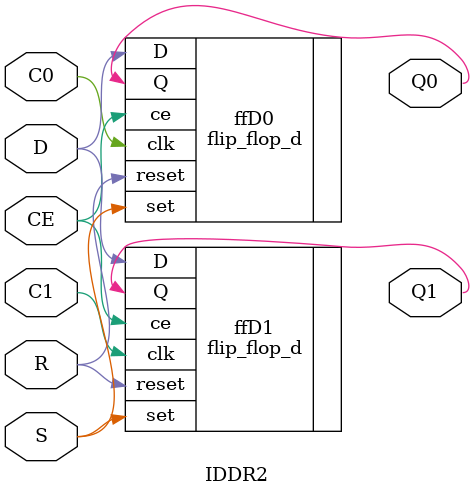
<source format=v>

module IDDR2#(
	parameter DDR_ALIGNMENT = "NONE",
	parameter INIT_Q0 = 1'b0,
	parameter INIT_Q1 = 1'b0,
	parameter SRTYPE = "ASYNC"
)(
	input D,
	input C0,
	input C1,
	input CE,
	input R,
	input S,
	output Q1,
	output Q0
);


flip_flop_d ffD0(
	.D(D),
	.clk(C0),
	.ce(CE),
	.reset(R),
	.set(S),
	.Q(Q0)
);

flip_flop_d ffD1(
	.D(D),
	.clk(C1),
	.ce(CE),
	.reset(R),
	.set(S),
	.Q(Q1)
);

endmodule







</source>
